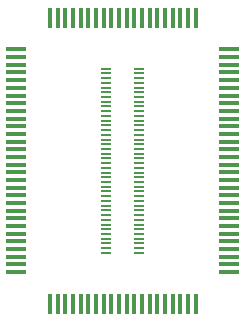
<source format=gtp>
G04*
G04 #@! TF.GenerationSoftware,Altium Limited,Altium Designer,21.7.2 (23)*
G04*
G04 Layer_Color=8421504*
%FSAX44Y44*%
%MOMM*%
G71*
G04*
G04 #@! TF.SameCoordinates,C9C54BCD-4748-4C39-804F-1EAF98C739E5*
G04*
G04*
G04 #@! TF.FilePolarity,Positive*
G04*
G01*
G75*
%ADD13R,1.8000X0.3500*%
%ADD14R,0.3500X1.8000*%
%ADD15R,0.9500X0.2000*%
D13*
X00741750Y00566250D02*
D03*
Y00572750D02*
D03*
Y00559750D02*
D03*
Y00546750D02*
D03*
Y00553250D02*
D03*
Y00533750D02*
D03*
Y00540250D02*
D03*
Y00520750D02*
D03*
Y00527250D02*
D03*
Y00507750D02*
D03*
Y00514250D02*
D03*
Y00494750D02*
D03*
Y00501250D02*
D03*
Y00481750D02*
D03*
Y00488250D02*
D03*
Y00397250D02*
D03*
Y00390750D02*
D03*
Y00410250D02*
D03*
Y00403750D02*
D03*
Y00423250D02*
D03*
Y00416750D02*
D03*
Y00436250D02*
D03*
Y00429750D02*
D03*
Y00449250D02*
D03*
Y00442750D02*
D03*
Y00462250D02*
D03*
Y00455750D02*
D03*
Y00468750D02*
D03*
Y00475250D02*
D03*
Y00384250D02*
D03*
X00921750Y00572750D02*
D03*
Y00481750D02*
D03*
Y00488250D02*
D03*
Y00501250D02*
D03*
Y00494750D02*
D03*
Y00514250D02*
D03*
Y00507750D02*
D03*
Y00527250D02*
D03*
Y00520750D02*
D03*
Y00540250D02*
D03*
Y00533750D02*
D03*
Y00553250D02*
D03*
Y00546750D02*
D03*
Y00566250D02*
D03*
Y00559750D02*
D03*
Y00468750D02*
D03*
Y00475250D02*
D03*
Y00455750D02*
D03*
Y00462250D02*
D03*
Y00442750D02*
D03*
Y00449250D02*
D03*
Y00429750D02*
D03*
Y00436250D02*
D03*
Y00416750D02*
D03*
Y00423250D02*
D03*
Y00403750D02*
D03*
Y00410250D02*
D03*
Y00397250D02*
D03*
Y00384250D02*
D03*
Y00390750D02*
D03*
D14*
X00867500Y00357500D02*
D03*
X00874000D02*
D03*
X00887000D02*
D03*
X00880500D02*
D03*
X00893500D02*
D03*
X00854500D02*
D03*
X00861000D02*
D03*
X00841500D02*
D03*
X00848000D02*
D03*
X00828500D02*
D03*
X00835000D02*
D03*
X00815500D02*
D03*
X00822000D02*
D03*
X00802500D02*
D03*
X00809000D02*
D03*
X00789500D02*
D03*
X00796000D02*
D03*
X00783000D02*
D03*
X00770000D02*
D03*
X00776500D02*
D03*
X00887000Y00599500D02*
D03*
X00893500D02*
D03*
X00880500D02*
D03*
X00867500D02*
D03*
X00874000D02*
D03*
X00854500D02*
D03*
X00861000D02*
D03*
X00841500D02*
D03*
X00848000D02*
D03*
X00828500D02*
D03*
X00835000D02*
D03*
X00815500D02*
D03*
X00822000D02*
D03*
X00802500D02*
D03*
X00809000D02*
D03*
X00770000D02*
D03*
X00783000D02*
D03*
X00776500D02*
D03*
X00789500D02*
D03*
X00796000D02*
D03*
D15*
X00817600Y00552500D02*
D03*
X00845900Y00556500D02*
D03*
Y00552500D02*
D03*
X00817600Y00556500D02*
D03*
X00845900Y00548500D02*
D03*
X00817600D02*
D03*
X00845900Y00544500D02*
D03*
X00817600D02*
D03*
X00845900Y00540500D02*
D03*
X00817600D02*
D03*
Y00524500D02*
D03*
X00845900D02*
D03*
X00817600Y00528500D02*
D03*
X00845900D02*
D03*
X00817600Y00532500D02*
D03*
X00845900D02*
D03*
Y00536500D02*
D03*
X00817600D02*
D03*
Y00508500D02*
D03*
X00845900D02*
D03*
X00817600Y00512500D02*
D03*
X00845900D02*
D03*
X00817600Y00516500D02*
D03*
X00845900D02*
D03*
Y00520500D02*
D03*
X00817600D02*
D03*
Y00492500D02*
D03*
X00845900D02*
D03*
X00817600Y00496500D02*
D03*
X00845900D02*
D03*
X00817600Y00500500D02*
D03*
X00845900D02*
D03*
Y00504500D02*
D03*
X00817600D02*
D03*
Y00476500D02*
D03*
X00845900D02*
D03*
X00817600Y00480500D02*
D03*
X00845900D02*
D03*
X00817600Y00484500D02*
D03*
X00845900D02*
D03*
Y00488500D02*
D03*
X00817600D02*
D03*
Y00460500D02*
D03*
X00845900D02*
D03*
X00817600Y00464500D02*
D03*
X00845900D02*
D03*
X00817600Y00468500D02*
D03*
X00845900D02*
D03*
Y00472500D02*
D03*
X00817600D02*
D03*
Y00444500D02*
D03*
X00845900D02*
D03*
X00817600Y00448500D02*
D03*
X00845900D02*
D03*
X00817600Y00452500D02*
D03*
X00845900D02*
D03*
Y00456500D02*
D03*
X00817600D02*
D03*
Y00428500D02*
D03*
X00845900D02*
D03*
X00817600Y00432500D02*
D03*
X00845900D02*
D03*
X00817600Y00436500D02*
D03*
X00845900D02*
D03*
Y00440500D02*
D03*
X00817600D02*
D03*
Y00412500D02*
D03*
Y00408500D02*
D03*
Y00404500D02*
D03*
Y00400500D02*
D03*
Y00424500D02*
D03*
Y00420500D02*
D03*
Y00416500D02*
D03*
X00845900Y00412500D02*
D03*
Y00408500D02*
D03*
Y00404500D02*
D03*
Y00400500D02*
D03*
Y00424500D02*
D03*
Y00420500D02*
D03*
Y00416500D02*
D03*
M02*

</source>
